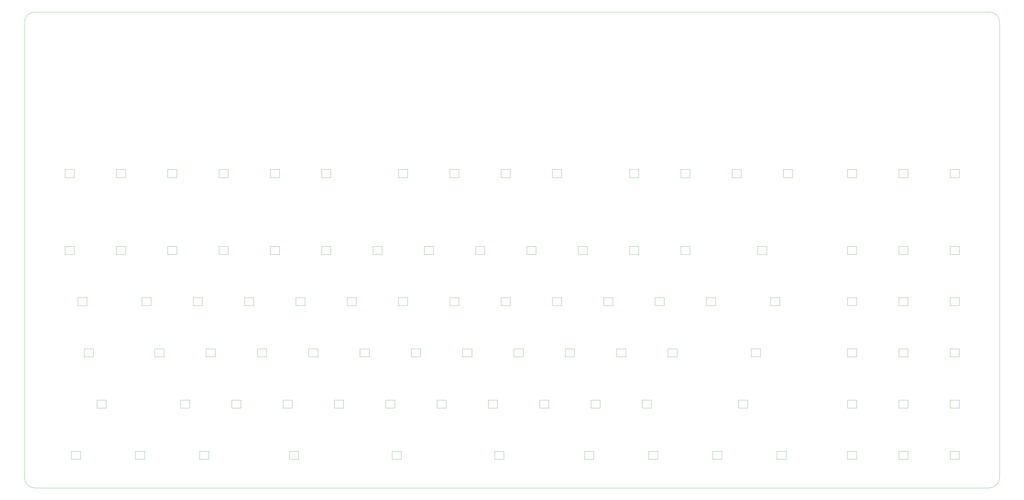
<source format=gm1>
G04 #@! TF.GenerationSoftware,KiCad,Pcbnew,(6.0.0)*
G04 #@! TF.CreationDate,2022-04-02T17:53:52-07:00*
G04 #@! TF.ProjectId,keyboard_exposed_diodes_standard_tkl,6b657962-6f61-4726-945f-6578706f7365,rev?*
G04 #@! TF.SameCoordinates,Original*
G04 #@! TF.FileFunction,Profile,NP*
%FSLAX46Y46*%
G04 Gerber Fmt 4.6, Leading zero omitted, Abs format (unit mm)*
G04 Created by KiCad (PCBNEW (6.0.0)) date 2022-04-02 17:53:52*
%MOMM*%
%LPD*%
G01*
G04 APERTURE LIST*
G04 #@! TA.AperFunction,Profile*
%ADD10C,0.100000*%
G04 #@! TD*
G04 #@! TA.AperFunction,Profile*
%ADD11C,0.010000*%
G04 #@! TD*
G04 APERTURE END LIST*
D10*
X472000000Y-209000000D02*
X472000000Y-339000000D01*
X468000000Y-343000000D02*
X114000000Y-343000000D01*
X110000000Y-339000000D02*
X110000000Y-209000000D01*
X110000000Y-170000000D02*
X110000000Y-205000000D01*
X468000000Y-343000000D02*
G75*
G03*
X472000000Y-339000000I0J4000000D01*
G01*
X114000000Y-166000000D02*
G75*
G03*
X110000000Y-170000000I0J-4000000D01*
G01*
X281750000Y-166000000D02*
X114000000Y-166000000D01*
X110000000Y-339000000D02*
G75*
G03*
X114000000Y-343000000I4000000J0D01*
G01*
X472000000Y-205000000D02*
X472000000Y-170000000D01*
X472000000Y-209000000D02*
X472000000Y-205000000D01*
X298250000Y-166000000D02*
X281750000Y-166000000D01*
X472000000Y-170000000D02*
G75*
G03*
X468000000Y-166000000I-4000000J0D01*
G01*
X298250000Y-166000000D02*
X468000000Y-166000000D01*
X110000000Y-209000000D02*
X110000000Y-205000000D01*
D11*
X383188750Y-294225000D02*
X379788750Y-294225000D01*
X379788750Y-294225000D02*
X379788750Y-291225000D01*
X379788750Y-291225000D02*
X383188750Y-291225000D01*
X383188750Y-291225000D02*
X383188750Y-294225000D01*
X378426250Y-313275000D02*
X375026250Y-313275000D01*
X375026250Y-313275000D02*
X375026250Y-310275000D01*
X375026250Y-310275000D02*
X378426250Y-310275000D01*
X378426250Y-310275000D02*
X378426250Y-313275000D01*
X147445000Y-256125000D02*
X144045000Y-256125000D01*
X144045000Y-256125000D02*
X144045000Y-253125000D01*
X144045000Y-253125000D02*
X147445000Y-253125000D01*
X147445000Y-253125000D02*
X147445000Y-256125000D01*
X166495000Y-256125000D02*
X163095000Y-256125000D01*
X163095000Y-256125000D02*
X163095000Y-253125000D01*
X163095000Y-253125000D02*
X166495000Y-253125000D01*
X166495000Y-253125000D02*
X166495000Y-256125000D01*
X185545000Y-256125000D02*
X182145000Y-256125000D01*
X182145000Y-256125000D02*
X182145000Y-253125000D01*
X182145000Y-253125000D02*
X185545000Y-253125000D01*
X185545000Y-253125000D02*
X185545000Y-256125000D01*
X204595000Y-256125000D02*
X201195000Y-256125000D01*
X201195000Y-256125000D02*
X201195000Y-253125000D01*
X201195000Y-253125000D02*
X204595000Y-253125000D01*
X204595000Y-253125000D02*
X204595000Y-256125000D01*
X223645000Y-256125000D02*
X220245000Y-256125000D01*
X220245000Y-256125000D02*
X220245000Y-253125000D01*
X220245000Y-253125000D02*
X223645000Y-253125000D01*
X223645000Y-253125000D02*
X223645000Y-256125000D01*
X242695000Y-256125000D02*
X239295000Y-256125000D01*
X239295000Y-256125000D02*
X239295000Y-253125000D01*
X239295000Y-253125000D02*
X242695000Y-253125000D01*
X242695000Y-253125000D02*
X242695000Y-256125000D01*
X261745000Y-256125000D02*
X258345000Y-256125000D01*
X258345000Y-256125000D02*
X258345000Y-253125000D01*
X258345000Y-253125000D02*
X261745000Y-253125000D01*
X261745000Y-253125000D02*
X261745000Y-256125000D01*
X280795000Y-256125000D02*
X277395000Y-256125000D01*
X277395000Y-256125000D02*
X277395000Y-253125000D01*
X277395000Y-253125000D02*
X280795000Y-253125000D01*
X280795000Y-253125000D02*
X280795000Y-256125000D01*
X299845000Y-256125000D02*
X296445000Y-256125000D01*
X296445000Y-256125000D02*
X296445000Y-253125000D01*
X296445000Y-253125000D02*
X299845000Y-253125000D01*
X299845000Y-253125000D02*
X299845000Y-256125000D01*
X161732500Y-294225000D02*
X158332500Y-294225000D01*
X158332500Y-294225000D02*
X158332500Y-291225000D01*
X158332500Y-291225000D02*
X161732500Y-291225000D01*
X161732500Y-291225000D02*
X161732500Y-294225000D01*
X247457500Y-313275000D02*
X244057500Y-313275000D01*
X244057500Y-313275000D02*
X244057500Y-310275000D01*
X244057500Y-310275000D02*
X247457500Y-310275000D01*
X247457500Y-310275000D02*
X247457500Y-313275000D01*
X385570000Y-256125000D02*
X382170000Y-256125000D01*
X382170000Y-256125000D02*
X382170000Y-253125000D01*
X382170000Y-253125000D02*
X385570000Y-253125000D01*
X385570000Y-253125000D02*
X385570000Y-256125000D01*
X390332500Y-275175000D02*
X386932500Y-275175000D01*
X386932500Y-275175000D02*
X386932500Y-272175000D01*
X386932500Y-272175000D02*
X390332500Y-272175000D01*
X390332500Y-272175000D02*
X390332500Y-275175000D01*
X209357500Y-313275000D02*
X205957500Y-313275000D01*
X205957500Y-313275000D02*
X205957500Y-310275000D01*
X205957500Y-310275000D02*
X209357500Y-310275000D01*
X209357500Y-310275000D02*
X209357500Y-313275000D01*
X199832500Y-294225000D02*
X196432500Y-294225000D01*
X196432500Y-294225000D02*
X196432500Y-291225000D01*
X196432500Y-291225000D02*
X199832500Y-291225000D01*
X199832500Y-291225000D02*
X199832500Y-294225000D01*
X337945000Y-256125000D02*
X334545000Y-256125000D01*
X334545000Y-256125000D02*
X334545000Y-253125000D01*
X334545000Y-253125000D02*
X337945000Y-253125000D01*
X337945000Y-253125000D02*
X337945000Y-256125000D01*
X418907500Y-275175000D02*
X415507500Y-275175000D01*
X415507500Y-275175000D02*
X415507500Y-272175000D01*
X415507500Y-272175000D02*
X418907500Y-272175000D01*
X418907500Y-272175000D02*
X418907500Y-275175000D01*
X437957500Y-332325000D02*
X434557500Y-332325000D01*
X434557500Y-332325000D02*
X434557500Y-329325000D01*
X434557500Y-329325000D02*
X437957500Y-329325000D01*
X437957500Y-329325000D02*
X437957500Y-332325000D01*
X195070000Y-275175000D02*
X191670000Y-275175000D01*
X191670000Y-275175000D02*
X191670000Y-272175000D01*
X191670000Y-272175000D02*
X195070000Y-272175000D01*
X195070000Y-272175000D02*
X195070000Y-275175000D01*
X437957500Y-275175000D02*
X434557500Y-275175000D01*
X434557500Y-275175000D02*
X434557500Y-272175000D01*
X434557500Y-272175000D02*
X437957500Y-272175000D01*
X437957500Y-272175000D02*
X437957500Y-275175000D01*
X356995000Y-256125000D02*
X353595000Y-256125000D01*
X353595000Y-256125000D02*
X353595000Y-253125000D01*
X353595000Y-253125000D02*
X356995000Y-253125000D01*
X356995000Y-253125000D02*
X356995000Y-256125000D01*
X147445000Y-227550000D02*
X144045000Y-227550000D01*
X144045000Y-227550000D02*
X144045000Y-224550000D01*
X144045000Y-224550000D02*
X147445000Y-224550000D01*
X147445000Y-224550000D02*
X147445000Y-227550000D01*
X211738750Y-332325000D02*
X208338750Y-332325000D01*
X208338750Y-332325000D02*
X208338750Y-329325000D01*
X208338750Y-329325000D02*
X211738750Y-329325000D01*
X211738750Y-329325000D02*
X211738750Y-332325000D01*
X287938750Y-332325000D02*
X284538750Y-332325000D01*
X284538750Y-332325000D02*
X284538750Y-329325000D01*
X284538750Y-329325000D02*
X287938750Y-329325000D01*
X287938750Y-329325000D02*
X287938750Y-332325000D01*
X418907500Y-294225000D02*
X415507500Y-294225000D01*
X415507500Y-294225000D02*
X415507500Y-291225000D01*
X415507500Y-291225000D02*
X418907500Y-291225000D01*
X418907500Y-291225000D02*
X418907500Y-294225000D01*
X418907500Y-313275000D02*
X415507500Y-313275000D01*
X415507500Y-313275000D02*
X415507500Y-310275000D01*
X415507500Y-310275000D02*
X418907500Y-310275000D01*
X418907500Y-310275000D02*
X418907500Y-313275000D01*
X437957500Y-294225000D02*
X434557500Y-294225000D01*
X434557500Y-294225000D02*
X434557500Y-291225000D01*
X434557500Y-291225000D02*
X437957500Y-291225000D01*
X437957500Y-291225000D02*
X437957500Y-294225000D01*
X457007500Y-294225000D02*
X453607500Y-294225000D01*
X453607500Y-294225000D02*
X453607500Y-291225000D01*
X453607500Y-291225000D02*
X457007500Y-291225000D01*
X457007500Y-291225000D02*
X457007500Y-294225000D01*
X457007500Y-313275000D02*
X453607500Y-313275000D01*
X453607500Y-313275000D02*
X453607500Y-310275000D01*
X453607500Y-310275000D02*
X457007500Y-310275000D01*
X457007500Y-310275000D02*
X457007500Y-313275000D01*
X166495000Y-227550000D02*
X163095000Y-227550000D01*
X163095000Y-227550000D02*
X163095000Y-224550000D01*
X163095000Y-224550000D02*
X166495000Y-224550000D01*
X166495000Y-224550000D02*
X166495000Y-227550000D01*
X185545000Y-227550000D02*
X182145000Y-227550000D01*
X182145000Y-227550000D02*
X182145000Y-224550000D01*
X182145000Y-224550000D02*
X185545000Y-224550000D01*
X185545000Y-224550000D02*
X185545000Y-227550000D01*
X204595000Y-227550000D02*
X201195000Y-227550000D01*
X201195000Y-227550000D02*
X201195000Y-224550000D01*
X201195000Y-224550000D02*
X204595000Y-224550000D01*
X204595000Y-224550000D02*
X204595000Y-227550000D01*
X252220000Y-227550000D02*
X248820000Y-227550000D01*
X248820000Y-227550000D02*
X248820000Y-224550000D01*
X248820000Y-224550000D02*
X252220000Y-224550000D01*
X252220000Y-224550000D02*
X252220000Y-227550000D01*
X290320000Y-227550000D02*
X286920000Y-227550000D01*
X286920000Y-227550000D02*
X286920000Y-224550000D01*
X286920000Y-224550000D02*
X290320000Y-224550000D01*
X290320000Y-224550000D02*
X290320000Y-227550000D01*
X309370000Y-227550000D02*
X305970000Y-227550000D01*
X305970000Y-227550000D02*
X305970000Y-224550000D01*
X305970000Y-224550000D02*
X309370000Y-224550000D01*
X309370000Y-224550000D02*
X309370000Y-227550000D01*
X376045000Y-227550000D02*
X372645000Y-227550000D01*
X372645000Y-227550000D02*
X372645000Y-224550000D01*
X372645000Y-224550000D02*
X376045000Y-224550000D01*
X376045000Y-224550000D02*
X376045000Y-227550000D01*
X218882500Y-294225000D02*
X215482500Y-294225000D01*
X215482500Y-294225000D02*
X215482500Y-291225000D01*
X215482500Y-291225000D02*
X218882500Y-291225000D01*
X218882500Y-291225000D02*
X218882500Y-294225000D01*
X342707500Y-313275000D02*
X339307500Y-313275000D01*
X339307500Y-313275000D02*
X339307500Y-310275000D01*
X339307500Y-310275000D02*
X342707500Y-310275000D01*
X342707500Y-310275000D02*
X342707500Y-313275000D01*
X237932500Y-294225000D02*
X234532500Y-294225000D01*
X234532500Y-294225000D02*
X234532500Y-291225000D01*
X234532500Y-291225000D02*
X237932500Y-291225000D01*
X237932500Y-291225000D02*
X237932500Y-294225000D01*
X256982500Y-294225000D02*
X253582500Y-294225000D01*
X253582500Y-294225000D02*
X253582500Y-291225000D01*
X253582500Y-291225000D02*
X256982500Y-291225000D01*
X256982500Y-291225000D02*
X256982500Y-294225000D01*
X437957500Y-256125000D02*
X434557500Y-256125000D01*
X434557500Y-256125000D02*
X434557500Y-253125000D01*
X434557500Y-253125000D02*
X437957500Y-253125000D01*
X437957500Y-253125000D02*
X437957500Y-256125000D01*
X290320000Y-275175000D02*
X286920000Y-275175000D01*
X286920000Y-275175000D02*
X286920000Y-272175000D01*
X286920000Y-272175000D02*
X290320000Y-272175000D01*
X290320000Y-272175000D02*
X290320000Y-275175000D01*
X418907500Y-256125000D02*
X415507500Y-256125000D01*
X415507500Y-256125000D02*
X415507500Y-253125000D01*
X415507500Y-253125000D02*
X418907500Y-253125000D01*
X418907500Y-253125000D02*
X418907500Y-256125000D01*
X295082500Y-294225000D02*
X291682500Y-294225000D01*
X291682500Y-294225000D02*
X291682500Y-291225000D01*
X291682500Y-291225000D02*
X295082500Y-291225000D01*
X295082500Y-291225000D02*
X295082500Y-294225000D01*
X314132500Y-294225000D02*
X310732500Y-294225000D01*
X310732500Y-294225000D02*
X310732500Y-291225000D01*
X310732500Y-291225000D02*
X314132500Y-291225000D01*
X314132500Y-291225000D02*
X314132500Y-294225000D01*
X178401250Y-332325000D02*
X175001250Y-332325000D01*
X175001250Y-332325000D02*
X175001250Y-329325000D01*
X175001250Y-329325000D02*
X178401250Y-329325000D01*
X178401250Y-329325000D02*
X178401250Y-332325000D01*
X418907500Y-332325000D02*
X415507500Y-332325000D01*
X415507500Y-332325000D02*
X415507500Y-329325000D01*
X415507500Y-329325000D02*
X418907500Y-329325000D01*
X418907500Y-329325000D02*
X418907500Y-332325000D01*
X154588750Y-332325000D02*
X151188750Y-332325000D01*
X151188750Y-332325000D02*
X151188750Y-329325000D01*
X151188750Y-329325000D02*
X154588750Y-329325000D01*
X154588750Y-329325000D02*
X154588750Y-332325000D01*
X285557500Y-313275000D02*
X282157500Y-313275000D01*
X282157500Y-313275000D02*
X282157500Y-310275000D01*
X282157500Y-310275000D02*
X285557500Y-310275000D01*
X285557500Y-310275000D02*
X285557500Y-313275000D01*
X368901250Y-332325000D02*
X365501250Y-332325000D01*
X365501250Y-332325000D02*
X365501250Y-329325000D01*
X365501250Y-329325000D02*
X368901250Y-329325000D01*
X368901250Y-329325000D02*
X368901250Y-332325000D01*
X266507500Y-313275000D02*
X263107500Y-313275000D01*
X263107500Y-313275000D02*
X263107500Y-310275000D01*
X263107500Y-310275000D02*
X266507500Y-310275000D01*
X266507500Y-310275000D02*
X266507500Y-313275000D01*
X309370000Y-275175000D02*
X305970000Y-275175000D01*
X305970000Y-275175000D02*
X305970000Y-272175000D01*
X305970000Y-272175000D02*
X309370000Y-272175000D01*
X309370000Y-272175000D02*
X309370000Y-275175000D01*
X457007500Y-227550000D02*
X453607500Y-227550000D01*
X453607500Y-227550000D02*
X453607500Y-224550000D01*
X453607500Y-224550000D02*
X457007500Y-224550000D01*
X457007500Y-224550000D02*
X457007500Y-227550000D01*
X457007500Y-275175000D02*
X453607500Y-275175000D01*
X453607500Y-275175000D02*
X453607500Y-272175000D01*
X453607500Y-272175000D02*
X457007500Y-272175000D01*
X457007500Y-272175000D02*
X457007500Y-275175000D01*
X457007500Y-256125000D02*
X453607500Y-256125000D01*
X453607500Y-256125000D02*
X453607500Y-253125000D01*
X453607500Y-253125000D02*
X457007500Y-253125000D01*
X457007500Y-253125000D02*
X457007500Y-256125000D01*
X418907500Y-227550000D02*
X415507500Y-227550000D01*
X415507500Y-227550000D02*
X415507500Y-224550000D01*
X415507500Y-224550000D02*
X418907500Y-224550000D01*
X418907500Y-224550000D02*
X418907500Y-227550000D01*
X156970000Y-275175000D02*
X153570000Y-275175000D01*
X153570000Y-275175000D02*
X153570000Y-272175000D01*
X153570000Y-272175000D02*
X156970000Y-272175000D01*
X156970000Y-272175000D02*
X156970000Y-275175000D01*
X352232500Y-294225000D02*
X348832500Y-294225000D01*
X348832500Y-294225000D02*
X348832500Y-291225000D01*
X348832500Y-291225000D02*
X352232500Y-291225000D01*
X352232500Y-291225000D02*
X352232500Y-294225000D01*
X214120000Y-275175000D02*
X210720000Y-275175000D01*
X210720000Y-275175000D02*
X210720000Y-272175000D01*
X210720000Y-272175000D02*
X214120000Y-272175000D01*
X214120000Y-272175000D02*
X214120000Y-275175000D01*
X366520000Y-275175000D02*
X363120000Y-275175000D01*
X363120000Y-275175000D02*
X363120000Y-272175000D01*
X363120000Y-272175000D02*
X366520000Y-272175000D01*
X366520000Y-272175000D02*
X366520000Y-275175000D01*
X457007500Y-332325000D02*
X453607500Y-332325000D01*
X453607500Y-332325000D02*
X453607500Y-329325000D01*
X453607500Y-329325000D02*
X457007500Y-329325000D01*
X457007500Y-329325000D02*
X457007500Y-332325000D01*
X180782500Y-294225000D02*
X177382500Y-294225000D01*
X177382500Y-294225000D02*
X177382500Y-291225000D01*
X177382500Y-291225000D02*
X180782500Y-291225000D01*
X180782500Y-291225000D02*
X180782500Y-294225000D01*
X437957500Y-227550000D02*
X434557500Y-227550000D01*
X434557500Y-227550000D02*
X434557500Y-224550000D01*
X434557500Y-224550000D02*
X437957500Y-224550000D01*
X437957500Y-224550000D02*
X437957500Y-227550000D01*
X249838750Y-332325000D02*
X246438750Y-332325000D01*
X246438750Y-332325000D02*
X246438750Y-329325000D01*
X246438750Y-329325000D02*
X249838750Y-329325000D01*
X249838750Y-329325000D02*
X249838750Y-332325000D01*
X233170000Y-275175000D02*
X229770000Y-275175000D01*
X229770000Y-275175000D02*
X229770000Y-272175000D01*
X229770000Y-272175000D02*
X233170000Y-272175000D01*
X233170000Y-272175000D02*
X233170000Y-275175000D01*
X271270000Y-275175000D02*
X267870000Y-275175000D01*
X267870000Y-275175000D02*
X267870000Y-272175000D01*
X267870000Y-272175000D02*
X271270000Y-272175000D01*
X271270000Y-272175000D02*
X271270000Y-275175000D01*
X437957500Y-313275000D02*
X434557500Y-313275000D01*
X434557500Y-313275000D02*
X434557500Y-310275000D01*
X434557500Y-310275000D02*
X437957500Y-310275000D01*
X437957500Y-310275000D02*
X437957500Y-313275000D01*
X176020000Y-275175000D02*
X172620000Y-275175000D01*
X172620000Y-275175000D02*
X172620000Y-272175000D01*
X172620000Y-272175000D02*
X176020000Y-272175000D01*
X176020000Y-272175000D02*
X176020000Y-275175000D01*
X190307500Y-313275000D02*
X186907500Y-313275000D01*
X186907500Y-313275000D02*
X186907500Y-310275000D01*
X186907500Y-310275000D02*
X190307500Y-310275000D01*
X190307500Y-310275000D02*
X190307500Y-313275000D01*
X252220000Y-275175000D02*
X248820000Y-275175000D01*
X248820000Y-275175000D02*
X248820000Y-272175000D01*
X248820000Y-272175000D02*
X252220000Y-272175000D01*
X252220000Y-272175000D02*
X252220000Y-275175000D01*
X276032500Y-294225000D02*
X272632500Y-294225000D01*
X272632500Y-294225000D02*
X272632500Y-291225000D01*
X272632500Y-291225000D02*
X276032500Y-291225000D01*
X276032500Y-291225000D02*
X276032500Y-294225000D01*
X347470000Y-275175000D02*
X344070000Y-275175000D01*
X344070000Y-275175000D02*
X344070000Y-272175000D01*
X344070000Y-272175000D02*
X347470000Y-272175000D01*
X347470000Y-272175000D02*
X347470000Y-275175000D01*
X356995000Y-227550000D02*
X353595000Y-227550000D01*
X353595000Y-227550000D02*
X353595000Y-224550000D01*
X353595000Y-224550000D02*
X356995000Y-224550000D01*
X356995000Y-224550000D02*
X356995000Y-227550000D01*
X223645000Y-227550000D02*
X220245000Y-227550000D01*
X220245000Y-227550000D02*
X220245000Y-224550000D01*
X220245000Y-224550000D02*
X223645000Y-224550000D01*
X223645000Y-224550000D02*
X223645000Y-227550000D01*
X271270000Y-227550000D02*
X267870000Y-227550000D01*
X267870000Y-227550000D02*
X267870000Y-224550000D01*
X267870000Y-224550000D02*
X271270000Y-224550000D01*
X271270000Y-224550000D02*
X271270000Y-227550000D01*
X321276250Y-332325000D02*
X317876250Y-332325000D01*
X317876250Y-332325000D02*
X317876250Y-329325000D01*
X317876250Y-329325000D02*
X321276250Y-329325000D01*
X321276250Y-329325000D02*
X321276250Y-332325000D01*
X304607500Y-313275000D02*
X301207500Y-313275000D01*
X301207500Y-313275000D02*
X301207500Y-310275000D01*
X301207500Y-310275000D02*
X304607500Y-310275000D01*
X304607500Y-310275000D02*
X304607500Y-313275000D01*
X133157500Y-275175000D02*
X129757500Y-275175000D01*
X129757500Y-275175000D02*
X129757500Y-272175000D01*
X129757500Y-272175000D02*
X133157500Y-272175000D01*
X133157500Y-272175000D02*
X133157500Y-275175000D01*
X140301250Y-313275000D02*
X136901250Y-313275000D01*
X136901250Y-313275000D02*
X136901250Y-310275000D01*
X136901250Y-310275000D02*
X140301250Y-310275000D01*
X140301250Y-310275000D02*
X140301250Y-313275000D01*
X130776250Y-332325000D02*
X127376250Y-332325000D01*
X127376250Y-332325000D02*
X127376250Y-329325000D01*
X127376250Y-329325000D02*
X130776250Y-329325000D01*
X130776250Y-329325000D02*
X130776250Y-332325000D01*
X128395000Y-227550000D02*
X124995000Y-227550000D01*
X124995000Y-227550000D02*
X124995000Y-224550000D01*
X124995000Y-224550000D02*
X128395000Y-224550000D01*
X128395000Y-224550000D02*
X128395000Y-227550000D01*
X135538750Y-294225000D02*
X132138750Y-294225000D01*
X132138750Y-294225000D02*
X132138750Y-291225000D01*
X132138750Y-291225000D02*
X135538750Y-291225000D01*
X135538750Y-291225000D02*
X135538750Y-294225000D01*
X128395000Y-256125000D02*
X124995000Y-256125000D01*
X124995000Y-256125000D02*
X124995000Y-253125000D01*
X124995000Y-253125000D02*
X128395000Y-253125000D01*
X128395000Y-253125000D02*
X128395000Y-256125000D01*
X228407500Y-313275000D02*
X225007500Y-313275000D01*
X225007500Y-313275000D02*
X225007500Y-310275000D01*
X225007500Y-310275000D02*
X228407500Y-310275000D01*
X228407500Y-310275000D02*
X228407500Y-313275000D01*
X333182500Y-294225000D02*
X329782500Y-294225000D01*
X329782500Y-294225000D02*
X329782500Y-291225000D01*
X329782500Y-291225000D02*
X333182500Y-291225000D01*
X333182500Y-291225000D02*
X333182500Y-294225000D01*
X345088750Y-332325000D02*
X341688750Y-332325000D01*
X341688750Y-332325000D02*
X341688750Y-329325000D01*
X341688750Y-329325000D02*
X345088750Y-329325000D01*
X345088750Y-329325000D02*
X345088750Y-332325000D01*
X328420000Y-275175000D02*
X325020000Y-275175000D01*
X325020000Y-275175000D02*
X325020000Y-272175000D01*
X325020000Y-272175000D02*
X328420000Y-272175000D01*
X328420000Y-272175000D02*
X328420000Y-275175000D01*
X337945000Y-227550000D02*
X334545000Y-227550000D01*
X334545000Y-227550000D02*
X334545000Y-224550000D01*
X334545000Y-224550000D02*
X337945000Y-224550000D01*
X337945000Y-224550000D02*
X337945000Y-227550000D01*
X392713750Y-332325000D02*
X389313750Y-332325000D01*
X389313750Y-332325000D02*
X389313750Y-329325000D01*
X389313750Y-329325000D02*
X392713750Y-329325000D01*
X392713750Y-329325000D02*
X392713750Y-332325000D01*
X323657500Y-313275000D02*
X320257500Y-313275000D01*
X320257500Y-313275000D02*
X320257500Y-310275000D01*
X320257500Y-310275000D02*
X323657500Y-310275000D01*
X323657500Y-310275000D02*
X323657500Y-313275000D01*
X318895000Y-256125000D02*
X315495000Y-256125000D01*
X315495000Y-256125000D02*
X315495000Y-253125000D01*
X315495000Y-253125000D02*
X318895000Y-253125000D01*
X318895000Y-253125000D02*
X318895000Y-256125000D01*
X395095000Y-227550000D02*
X391695000Y-227550000D01*
X391695000Y-227550000D02*
X391695000Y-224550000D01*
X391695000Y-224550000D02*
X395095000Y-224550000D01*
X395095000Y-224550000D02*
X395095000Y-227550000D01*
X171257500Y-313275000D02*
X167857500Y-313275000D01*
X167857500Y-313275000D02*
X167857500Y-310275000D01*
X167857500Y-310275000D02*
X171257500Y-310275000D01*
X171257500Y-310275000D02*
X171257500Y-313275000D01*
M02*

</source>
